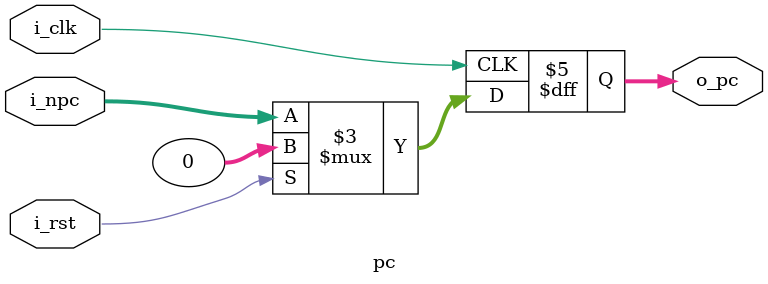
<source format=v>
`timescale 1ns / 1ps


module pc (
    input  wire        i_clk,  // 时钟信号
    input  wire        i_rst,  // 复位信号
    input  wire [31:0] i_npc,  // 下一条指令地址
    output reg  [31:0] o_pc    // 输出的指令地址
);

  always @(posedge i_clk) begin
    if (i_rst) begin
      o_pc <= 31'b0;
    end else begin
      o_pc <= i_npc;
    end
  end
endmodule

</source>
